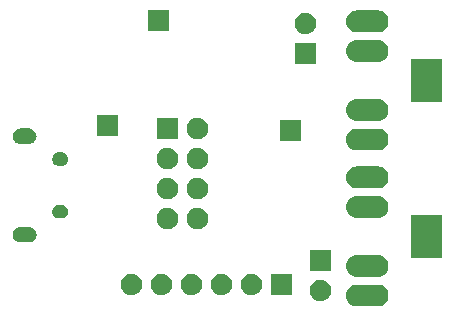
<source format=gbr>
G04 #@! TF.GenerationSoftware,KiCad,Pcbnew,5.1.6+dfsg1-1*
G04 #@! TF.CreationDate,2021-03-01T10:48:13-07:00*
G04 #@! TF.ProjectId,CurrentSensorV1,43757272-656e-4745-9365-6e736f725631,rev?*
G04 #@! TF.SameCoordinates,Original*
G04 #@! TF.FileFunction,Soldermask,Bot*
G04 #@! TF.FilePolarity,Negative*
%FSLAX46Y46*%
G04 Gerber Fmt 4.6, Leading zero omitted, Abs format (unit mm)*
G04 Created by KiCad (PCBNEW 5.1.6+dfsg1-1) date 2021-03-01 10:48:13*
%MOMM*%
%LPD*%
G01*
G04 APERTURE LIST*
%ADD10C,0.350000*%
G04 APERTURE END LIST*
D10*
G36*
X164270529Y-89431398D02*
G01*
X164445079Y-89484348D01*
X164605947Y-89570333D01*
X164746949Y-89686051D01*
X164862667Y-89827053D01*
X164948652Y-89987921D01*
X165001602Y-90162471D01*
X165019480Y-90344000D01*
X165001602Y-90525529D01*
X164948652Y-90700079D01*
X164862667Y-90860947D01*
X164746949Y-91001949D01*
X164605947Y-91117667D01*
X164445079Y-91203652D01*
X164270529Y-91256602D01*
X164134490Y-91270000D01*
X162293510Y-91270000D01*
X162157471Y-91256602D01*
X161982921Y-91203652D01*
X161822053Y-91117667D01*
X161681051Y-91001949D01*
X161565333Y-90860947D01*
X161479348Y-90700079D01*
X161426398Y-90525529D01*
X161408520Y-90344000D01*
X161426398Y-90162471D01*
X161479348Y-89987921D01*
X161565333Y-89827053D01*
X161681051Y-89686051D01*
X161822053Y-89570333D01*
X161982921Y-89484348D01*
X162157471Y-89431398D01*
X162293510Y-89418000D01*
X164134490Y-89418000D01*
X164270529Y-89431398D01*
G37*
G36*
X159371512Y-89019927D02*
G01*
X159520812Y-89049624D01*
X159684784Y-89117544D01*
X159832354Y-89216147D01*
X159957853Y-89341646D01*
X160056456Y-89489216D01*
X160124376Y-89653188D01*
X160159000Y-89827259D01*
X160159000Y-90004741D01*
X160124376Y-90178812D01*
X160056456Y-90342784D01*
X159957853Y-90490354D01*
X159832354Y-90615853D01*
X159684784Y-90714456D01*
X159520812Y-90782376D01*
X159371512Y-90812073D01*
X159346742Y-90817000D01*
X159169258Y-90817000D01*
X159144488Y-90812073D01*
X158995188Y-90782376D01*
X158831216Y-90714456D01*
X158683646Y-90615853D01*
X158558147Y-90490354D01*
X158459544Y-90342784D01*
X158391624Y-90178812D01*
X158357000Y-90004741D01*
X158357000Y-89827259D01*
X158391624Y-89653188D01*
X158459544Y-89489216D01*
X158558147Y-89341646D01*
X158683646Y-89216147D01*
X158831216Y-89117544D01*
X158995188Y-89049624D01*
X159144488Y-89019927D01*
X159169258Y-89015000D01*
X159346742Y-89015000D01*
X159371512Y-89019927D01*
G37*
G36*
X156857000Y-90309000D02*
G01*
X155055000Y-90309000D01*
X155055000Y-88507000D01*
X156857000Y-88507000D01*
X156857000Y-90309000D01*
G37*
G36*
X153529512Y-88511927D02*
G01*
X153678812Y-88541624D01*
X153842784Y-88609544D01*
X153990354Y-88708147D01*
X154115853Y-88833646D01*
X154214456Y-88981216D01*
X154282376Y-89145188D01*
X154317000Y-89319259D01*
X154317000Y-89496741D01*
X154282376Y-89670812D01*
X154214456Y-89834784D01*
X154115853Y-89982354D01*
X153990354Y-90107853D01*
X153842784Y-90206456D01*
X153678812Y-90274376D01*
X153529512Y-90304073D01*
X153504742Y-90309000D01*
X153327258Y-90309000D01*
X153302488Y-90304073D01*
X153153188Y-90274376D01*
X152989216Y-90206456D01*
X152841646Y-90107853D01*
X152716147Y-89982354D01*
X152617544Y-89834784D01*
X152549624Y-89670812D01*
X152515000Y-89496741D01*
X152515000Y-89319259D01*
X152549624Y-89145188D01*
X152617544Y-88981216D01*
X152716147Y-88833646D01*
X152841646Y-88708147D01*
X152989216Y-88609544D01*
X153153188Y-88541624D01*
X153302488Y-88511927D01*
X153327258Y-88507000D01*
X153504742Y-88507000D01*
X153529512Y-88511927D01*
G37*
G36*
X150989512Y-88511927D02*
G01*
X151138812Y-88541624D01*
X151302784Y-88609544D01*
X151450354Y-88708147D01*
X151575853Y-88833646D01*
X151674456Y-88981216D01*
X151742376Y-89145188D01*
X151777000Y-89319259D01*
X151777000Y-89496741D01*
X151742376Y-89670812D01*
X151674456Y-89834784D01*
X151575853Y-89982354D01*
X151450354Y-90107853D01*
X151302784Y-90206456D01*
X151138812Y-90274376D01*
X150989512Y-90304073D01*
X150964742Y-90309000D01*
X150787258Y-90309000D01*
X150762488Y-90304073D01*
X150613188Y-90274376D01*
X150449216Y-90206456D01*
X150301646Y-90107853D01*
X150176147Y-89982354D01*
X150077544Y-89834784D01*
X150009624Y-89670812D01*
X149975000Y-89496741D01*
X149975000Y-89319259D01*
X150009624Y-89145188D01*
X150077544Y-88981216D01*
X150176147Y-88833646D01*
X150301646Y-88708147D01*
X150449216Y-88609544D01*
X150613188Y-88541624D01*
X150762488Y-88511927D01*
X150787258Y-88507000D01*
X150964742Y-88507000D01*
X150989512Y-88511927D01*
G37*
G36*
X148449512Y-88511927D02*
G01*
X148598812Y-88541624D01*
X148762784Y-88609544D01*
X148910354Y-88708147D01*
X149035853Y-88833646D01*
X149134456Y-88981216D01*
X149202376Y-89145188D01*
X149237000Y-89319259D01*
X149237000Y-89496741D01*
X149202376Y-89670812D01*
X149134456Y-89834784D01*
X149035853Y-89982354D01*
X148910354Y-90107853D01*
X148762784Y-90206456D01*
X148598812Y-90274376D01*
X148449512Y-90304073D01*
X148424742Y-90309000D01*
X148247258Y-90309000D01*
X148222488Y-90304073D01*
X148073188Y-90274376D01*
X147909216Y-90206456D01*
X147761646Y-90107853D01*
X147636147Y-89982354D01*
X147537544Y-89834784D01*
X147469624Y-89670812D01*
X147435000Y-89496741D01*
X147435000Y-89319259D01*
X147469624Y-89145188D01*
X147537544Y-88981216D01*
X147636147Y-88833646D01*
X147761646Y-88708147D01*
X147909216Y-88609544D01*
X148073188Y-88541624D01*
X148222488Y-88511927D01*
X148247258Y-88507000D01*
X148424742Y-88507000D01*
X148449512Y-88511927D01*
G37*
G36*
X145909512Y-88511927D02*
G01*
X146058812Y-88541624D01*
X146222784Y-88609544D01*
X146370354Y-88708147D01*
X146495853Y-88833646D01*
X146594456Y-88981216D01*
X146662376Y-89145188D01*
X146697000Y-89319259D01*
X146697000Y-89496741D01*
X146662376Y-89670812D01*
X146594456Y-89834784D01*
X146495853Y-89982354D01*
X146370354Y-90107853D01*
X146222784Y-90206456D01*
X146058812Y-90274376D01*
X145909512Y-90304073D01*
X145884742Y-90309000D01*
X145707258Y-90309000D01*
X145682488Y-90304073D01*
X145533188Y-90274376D01*
X145369216Y-90206456D01*
X145221646Y-90107853D01*
X145096147Y-89982354D01*
X144997544Y-89834784D01*
X144929624Y-89670812D01*
X144895000Y-89496741D01*
X144895000Y-89319259D01*
X144929624Y-89145188D01*
X144997544Y-88981216D01*
X145096147Y-88833646D01*
X145221646Y-88708147D01*
X145369216Y-88609544D01*
X145533188Y-88541624D01*
X145682488Y-88511927D01*
X145707258Y-88507000D01*
X145884742Y-88507000D01*
X145909512Y-88511927D01*
G37*
G36*
X143369512Y-88511927D02*
G01*
X143518812Y-88541624D01*
X143682784Y-88609544D01*
X143830354Y-88708147D01*
X143955853Y-88833646D01*
X144054456Y-88981216D01*
X144122376Y-89145188D01*
X144157000Y-89319259D01*
X144157000Y-89496741D01*
X144122376Y-89670812D01*
X144054456Y-89834784D01*
X143955853Y-89982354D01*
X143830354Y-90107853D01*
X143682784Y-90206456D01*
X143518812Y-90274376D01*
X143369512Y-90304073D01*
X143344742Y-90309000D01*
X143167258Y-90309000D01*
X143142488Y-90304073D01*
X142993188Y-90274376D01*
X142829216Y-90206456D01*
X142681646Y-90107853D01*
X142556147Y-89982354D01*
X142457544Y-89834784D01*
X142389624Y-89670812D01*
X142355000Y-89496741D01*
X142355000Y-89319259D01*
X142389624Y-89145188D01*
X142457544Y-88981216D01*
X142556147Y-88833646D01*
X142681646Y-88708147D01*
X142829216Y-88609544D01*
X142993188Y-88541624D01*
X143142488Y-88511927D01*
X143167258Y-88507000D01*
X143344742Y-88507000D01*
X143369512Y-88511927D01*
G37*
G36*
X164270529Y-86931398D02*
G01*
X164445079Y-86984348D01*
X164605947Y-87070333D01*
X164746949Y-87186051D01*
X164862667Y-87327053D01*
X164948652Y-87487921D01*
X165001602Y-87662471D01*
X165019480Y-87844000D01*
X165001602Y-88025529D01*
X164948652Y-88200079D01*
X164862667Y-88360947D01*
X164746949Y-88501949D01*
X164605947Y-88617667D01*
X164445079Y-88703652D01*
X164270529Y-88756602D01*
X164134490Y-88770000D01*
X162293510Y-88770000D01*
X162157471Y-88756602D01*
X161982921Y-88703652D01*
X161822053Y-88617667D01*
X161681051Y-88501949D01*
X161565333Y-88360947D01*
X161479348Y-88200079D01*
X161426398Y-88025529D01*
X161408520Y-87844000D01*
X161426398Y-87662471D01*
X161479348Y-87487921D01*
X161565333Y-87327053D01*
X161681051Y-87186051D01*
X161822053Y-87070333D01*
X161982921Y-86984348D01*
X162157471Y-86931398D01*
X162293510Y-86918000D01*
X164134490Y-86918000D01*
X164270529Y-86931398D01*
G37*
G36*
X160159000Y-88277000D02*
G01*
X158357000Y-88277000D01*
X158357000Y-86475000D01*
X160159000Y-86475000D01*
X160159000Y-88277000D01*
G37*
G36*
X169521000Y-87145000D02*
G01*
X166919000Y-87145000D01*
X166919000Y-83543000D01*
X169521000Y-83543000D01*
X169521000Y-87145000D01*
G37*
G36*
X134644855Y-84553140D02*
G01*
X134708618Y-84559420D01*
X134799404Y-84586960D01*
X134831336Y-84596646D01*
X134944425Y-84657094D01*
X135043554Y-84738446D01*
X135124906Y-84837575D01*
X135185354Y-84950664D01*
X135185355Y-84950668D01*
X135222580Y-85073382D01*
X135235149Y-85201000D01*
X135222580Y-85328618D01*
X135195040Y-85419404D01*
X135185354Y-85451336D01*
X135124906Y-85564425D01*
X135043554Y-85663554D01*
X134944425Y-85744906D01*
X134831336Y-85805354D01*
X134799404Y-85815040D01*
X134708618Y-85842580D01*
X134644855Y-85848860D01*
X134612974Y-85852000D01*
X133849026Y-85852000D01*
X133817145Y-85848860D01*
X133753382Y-85842580D01*
X133662596Y-85815040D01*
X133630664Y-85805354D01*
X133517575Y-85744906D01*
X133418446Y-85663554D01*
X133337094Y-85564425D01*
X133276646Y-85451336D01*
X133266960Y-85419404D01*
X133239420Y-85328618D01*
X133226851Y-85201000D01*
X133239420Y-85073382D01*
X133276645Y-84950668D01*
X133276646Y-84950664D01*
X133337094Y-84837575D01*
X133418446Y-84738446D01*
X133517575Y-84657094D01*
X133630664Y-84596646D01*
X133662596Y-84586960D01*
X133753382Y-84559420D01*
X133817145Y-84553140D01*
X133849026Y-84550000D01*
X134612974Y-84550000D01*
X134644855Y-84553140D01*
G37*
G36*
X146570778Y-82940547D02*
G01*
X146737224Y-83009491D01*
X146887022Y-83109583D01*
X147014417Y-83236978D01*
X147114509Y-83386776D01*
X147183453Y-83553222D01*
X147218600Y-83729918D01*
X147218600Y-83910082D01*
X147183453Y-84086778D01*
X147114509Y-84253224D01*
X147014417Y-84403022D01*
X146887022Y-84530417D01*
X146737224Y-84630509D01*
X146570778Y-84699453D01*
X146394082Y-84734600D01*
X146213918Y-84734600D01*
X146037222Y-84699453D01*
X145870776Y-84630509D01*
X145720978Y-84530417D01*
X145593583Y-84403022D01*
X145493491Y-84253224D01*
X145424547Y-84086778D01*
X145389400Y-83910082D01*
X145389400Y-83729918D01*
X145424547Y-83553222D01*
X145493491Y-83386776D01*
X145593583Y-83236978D01*
X145720978Y-83109583D01*
X145870776Y-83009491D01*
X146037222Y-82940547D01*
X146213918Y-82905400D01*
X146394082Y-82905400D01*
X146570778Y-82940547D01*
G37*
G36*
X149110778Y-82940547D02*
G01*
X149277224Y-83009491D01*
X149427022Y-83109583D01*
X149554417Y-83236978D01*
X149654509Y-83386776D01*
X149723453Y-83553222D01*
X149758600Y-83729918D01*
X149758600Y-83910082D01*
X149723453Y-84086778D01*
X149654509Y-84253224D01*
X149554417Y-84403022D01*
X149427022Y-84530417D01*
X149277224Y-84630509D01*
X149110778Y-84699453D01*
X148934082Y-84734600D01*
X148753918Y-84734600D01*
X148577222Y-84699453D01*
X148410776Y-84630509D01*
X148260978Y-84530417D01*
X148133583Y-84403022D01*
X148033491Y-84253224D01*
X147964547Y-84086778D01*
X147929400Y-83910082D01*
X147929400Y-83729918D01*
X147964547Y-83553222D01*
X148033491Y-83386776D01*
X148133583Y-83236978D01*
X148260978Y-83109583D01*
X148410776Y-83009491D01*
X148577222Y-82940547D01*
X148753918Y-82905400D01*
X148934082Y-82905400D01*
X149110778Y-82940547D01*
G37*
G36*
X137443916Y-82683334D02*
G01*
X137552492Y-82716271D01*
X137552495Y-82716272D01*
X137588601Y-82735571D01*
X137652557Y-82769756D01*
X137740264Y-82841736D01*
X137812244Y-82929443D01*
X137846429Y-82993399D01*
X137865728Y-83029505D01*
X137865729Y-83029508D01*
X137898666Y-83138084D01*
X137909787Y-83251000D01*
X137898666Y-83363916D01*
X137865729Y-83472492D01*
X137865728Y-83472495D01*
X137849984Y-83501949D01*
X137812244Y-83572557D01*
X137740264Y-83660264D01*
X137652557Y-83732244D01*
X137588601Y-83766429D01*
X137552495Y-83785728D01*
X137552492Y-83785729D01*
X137443916Y-83818666D01*
X137359298Y-83827000D01*
X137102702Y-83827000D01*
X137018084Y-83818666D01*
X136909508Y-83785729D01*
X136909505Y-83785728D01*
X136873399Y-83766429D01*
X136809443Y-83732244D01*
X136721736Y-83660264D01*
X136649756Y-83572557D01*
X136612016Y-83501949D01*
X136596272Y-83472495D01*
X136596271Y-83472492D01*
X136563334Y-83363916D01*
X136552213Y-83251000D01*
X136563334Y-83138084D01*
X136596271Y-83029508D01*
X136596272Y-83029505D01*
X136615571Y-82993399D01*
X136649756Y-82929443D01*
X136721736Y-82841736D01*
X136809443Y-82769756D01*
X136873399Y-82735571D01*
X136909505Y-82716272D01*
X136909508Y-82716271D01*
X137018084Y-82683334D01*
X137102702Y-82675000D01*
X137359298Y-82675000D01*
X137443916Y-82683334D01*
G37*
G36*
X164270529Y-81931398D02*
G01*
X164445079Y-81984348D01*
X164605947Y-82070333D01*
X164746949Y-82186051D01*
X164862667Y-82327053D01*
X164948652Y-82487921D01*
X165001602Y-82662471D01*
X165019480Y-82844000D01*
X165001602Y-83025529D01*
X164948652Y-83200079D01*
X164862667Y-83360947D01*
X164746949Y-83501949D01*
X164605947Y-83617667D01*
X164445079Y-83703652D01*
X164270529Y-83756602D01*
X164134490Y-83770000D01*
X162293510Y-83770000D01*
X162157471Y-83756602D01*
X161982921Y-83703652D01*
X161822053Y-83617667D01*
X161681051Y-83501949D01*
X161565333Y-83360947D01*
X161479348Y-83200079D01*
X161426398Y-83025529D01*
X161408520Y-82844000D01*
X161426398Y-82662471D01*
X161479348Y-82487921D01*
X161565333Y-82327053D01*
X161681051Y-82186051D01*
X161822053Y-82070333D01*
X161982921Y-81984348D01*
X162157471Y-81931398D01*
X162293510Y-81918000D01*
X164134490Y-81918000D01*
X164270529Y-81931398D01*
G37*
G36*
X146570778Y-80400547D02*
G01*
X146737224Y-80469491D01*
X146887022Y-80569583D01*
X147014417Y-80696978D01*
X147114509Y-80846776D01*
X147183453Y-81013222D01*
X147218600Y-81189918D01*
X147218600Y-81370082D01*
X147183453Y-81546778D01*
X147114509Y-81713224D01*
X147014417Y-81863022D01*
X146887022Y-81990417D01*
X146737224Y-82090509D01*
X146570778Y-82159453D01*
X146394082Y-82194600D01*
X146213918Y-82194600D01*
X146037222Y-82159453D01*
X145870776Y-82090509D01*
X145720978Y-81990417D01*
X145593583Y-81863022D01*
X145493491Y-81713224D01*
X145424547Y-81546778D01*
X145389400Y-81370082D01*
X145389400Y-81189918D01*
X145424547Y-81013222D01*
X145493491Y-80846776D01*
X145593583Y-80696978D01*
X145720978Y-80569583D01*
X145870776Y-80469491D01*
X146037222Y-80400547D01*
X146213918Y-80365400D01*
X146394082Y-80365400D01*
X146570778Y-80400547D01*
G37*
G36*
X149110778Y-80400547D02*
G01*
X149277224Y-80469491D01*
X149427022Y-80569583D01*
X149554417Y-80696978D01*
X149654509Y-80846776D01*
X149723453Y-81013222D01*
X149758600Y-81189918D01*
X149758600Y-81370082D01*
X149723453Y-81546778D01*
X149654509Y-81713224D01*
X149554417Y-81863022D01*
X149427022Y-81990417D01*
X149277224Y-82090509D01*
X149110778Y-82159453D01*
X148934082Y-82194600D01*
X148753918Y-82194600D01*
X148577222Y-82159453D01*
X148410776Y-82090509D01*
X148260978Y-81990417D01*
X148133583Y-81863022D01*
X148033491Y-81713224D01*
X147964547Y-81546778D01*
X147929400Y-81370082D01*
X147929400Y-81189918D01*
X147964547Y-81013222D01*
X148033491Y-80846776D01*
X148133583Y-80696978D01*
X148260978Y-80569583D01*
X148410776Y-80469491D01*
X148577222Y-80400547D01*
X148753918Y-80365400D01*
X148934082Y-80365400D01*
X149110778Y-80400547D01*
G37*
G36*
X164270529Y-79431398D02*
G01*
X164445079Y-79484348D01*
X164605947Y-79570333D01*
X164746949Y-79686051D01*
X164862667Y-79827053D01*
X164948652Y-79987921D01*
X165001602Y-80162471D01*
X165019480Y-80344000D01*
X165001602Y-80525529D01*
X164948652Y-80700079D01*
X164862667Y-80860947D01*
X164746949Y-81001949D01*
X164605947Y-81117667D01*
X164445079Y-81203652D01*
X164270529Y-81256602D01*
X164134490Y-81270000D01*
X162293510Y-81270000D01*
X162157471Y-81256602D01*
X161982921Y-81203652D01*
X161822053Y-81117667D01*
X161681051Y-81001949D01*
X161565333Y-80860947D01*
X161479348Y-80700079D01*
X161426398Y-80525529D01*
X161408520Y-80344000D01*
X161426398Y-80162471D01*
X161479348Y-79987921D01*
X161565333Y-79827053D01*
X161681051Y-79686051D01*
X161822053Y-79570333D01*
X161982921Y-79484348D01*
X162157471Y-79431398D01*
X162293510Y-79418000D01*
X164134490Y-79418000D01*
X164270529Y-79431398D01*
G37*
G36*
X149110778Y-77860547D02*
G01*
X149277224Y-77929491D01*
X149427022Y-78029583D01*
X149554417Y-78156978D01*
X149654509Y-78306776D01*
X149723453Y-78473222D01*
X149758600Y-78649918D01*
X149758600Y-78830082D01*
X149723453Y-79006778D01*
X149654509Y-79173224D01*
X149554417Y-79323022D01*
X149427022Y-79450417D01*
X149277224Y-79550509D01*
X149110778Y-79619453D01*
X148934082Y-79654600D01*
X148753918Y-79654600D01*
X148577222Y-79619453D01*
X148410776Y-79550509D01*
X148260978Y-79450417D01*
X148133583Y-79323022D01*
X148033491Y-79173224D01*
X147964547Y-79006778D01*
X147929400Y-78830082D01*
X147929400Y-78649918D01*
X147964547Y-78473222D01*
X148033491Y-78306776D01*
X148133583Y-78156978D01*
X148260978Y-78029583D01*
X148410776Y-77929491D01*
X148577222Y-77860547D01*
X148753918Y-77825400D01*
X148934082Y-77825400D01*
X149110778Y-77860547D01*
G37*
G36*
X146570778Y-77860547D02*
G01*
X146737224Y-77929491D01*
X146887022Y-78029583D01*
X147014417Y-78156978D01*
X147114509Y-78306776D01*
X147183453Y-78473222D01*
X147218600Y-78649918D01*
X147218600Y-78830082D01*
X147183453Y-79006778D01*
X147114509Y-79173224D01*
X147014417Y-79323022D01*
X146887022Y-79450417D01*
X146737224Y-79550509D01*
X146570778Y-79619453D01*
X146394082Y-79654600D01*
X146213918Y-79654600D01*
X146037222Y-79619453D01*
X145870776Y-79550509D01*
X145720978Y-79450417D01*
X145593583Y-79323022D01*
X145493491Y-79173224D01*
X145424547Y-79006778D01*
X145389400Y-78830082D01*
X145389400Y-78649918D01*
X145424547Y-78473222D01*
X145493491Y-78306776D01*
X145593583Y-78156978D01*
X145720978Y-78029583D01*
X145870776Y-77929491D01*
X146037222Y-77860547D01*
X146213918Y-77825400D01*
X146394082Y-77825400D01*
X146570778Y-77860547D01*
G37*
G36*
X137443916Y-78233334D02*
G01*
X137552492Y-78266271D01*
X137552495Y-78266272D01*
X137588601Y-78285571D01*
X137652557Y-78319756D01*
X137740264Y-78391736D01*
X137812244Y-78479443D01*
X137846429Y-78543399D01*
X137865728Y-78579505D01*
X137865729Y-78579508D01*
X137898666Y-78688084D01*
X137909787Y-78801000D01*
X137898666Y-78913916D01*
X137865729Y-79022492D01*
X137865728Y-79022495D01*
X137846429Y-79058601D01*
X137812244Y-79122557D01*
X137740264Y-79210264D01*
X137652557Y-79282244D01*
X137588601Y-79316429D01*
X137552495Y-79335728D01*
X137552492Y-79335729D01*
X137443916Y-79368666D01*
X137359298Y-79377000D01*
X137102702Y-79377000D01*
X137018084Y-79368666D01*
X136909508Y-79335729D01*
X136909505Y-79335728D01*
X136873399Y-79316429D01*
X136809443Y-79282244D01*
X136721736Y-79210264D01*
X136649756Y-79122557D01*
X136615571Y-79058601D01*
X136596272Y-79022495D01*
X136596271Y-79022492D01*
X136563334Y-78913916D01*
X136552213Y-78801000D01*
X136563334Y-78688084D01*
X136596271Y-78579508D01*
X136596272Y-78579505D01*
X136615571Y-78543399D01*
X136649756Y-78479443D01*
X136721736Y-78391736D01*
X136809443Y-78319756D01*
X136873399Y-78285571D01*
X136909505Y-78266272D01*
X136909508Y-78266271D01*
X137018084Y-78233334D01*
X137102702Y-78225000D01*
X137359298Y-78225000D01*
X137443916Y-78233334D01*
G37*
G36*
X164270529Y-76223398D02*
G01*
X164445079Y-76276348D01*
X164605947Y-76362333D01*
X164746949Y-76478051D01*
X164862667Y-76619053D01*
X164948652Y-76779921D01*
X165001602Y-76954471D01*
X165019480Y-77136000D01*
X165001602Y-77317529D01*
X164948652Y-77492079D01*
X164862667Y-77652947D01*
X164746949Y-77793949D01*
X164605947Y-77909667D01*
X164445079Y-77995652D01*
X164270529Y-78048602D01*
X164134490Y-78062000D01*
X162293510Y-78062000D01*
X162157471Y-78048602D01*
X161982921Y-77995652D01*
X161822053Y-77909667D01*
X161681051Y-77793949D01*
X161565333Y-77652947D01*
X161479348Y-77492079D01*
X161426398Y-77317529D01*
X161408520Y-77136000D01*
X161426398Y-76954471D01*
X161479348Y-76779921D01*
X161565333Y-76619053D01*
X161681051Y-76478051D01*
X161822053Y-76362333D01*
X161982921Y-76276348D01*
X162157471Y-76223398D01*
X162293510Y-76210000D01*
X164134490Y-76210000D01*
X164270529Y-76223398D01*
G37*
G36*
X134644855Y-76203140D02*
G01*
X134708618Y-76209420D01*
X134799404Y-76236960D01*
X134831336Y-76246646D01*
X134944425Y-76307094D01*
X135043554Y-76388446D01*
X135124906Y-76487575D01*
X135185354Y-76600664D01*
X135185355Y-76600668D01*
X135222580Y-76723382D01*
X135235149Y-76851000D01*
X135222580Y-76978618D01*
X135212906Y-77010508D01*
X135185354Y-77101336D01*
X135124906Y-77214425D01*
X135043554Y-77313554D01*
X134944425Y-77394906D01*
X134831336Y-77455354D01*
X134799404Y-77465040D01*
X134708618Y-77492580D01*
X134644855Y-77498860D01*
X134612974Y-77502000D01*
X133849026Y-77502000D01*
X133817145Y-77498860D01*
X133753382Y-77492580D01*
X133662596Y-77465040D01*
X133630664Y-77455354D01*
X133517575Y-77394906D01*
X133418446Y-77313554D01*
X133337094Y-77214425D01*
X133276646Y-77101336D01*
X133249094Y-77010508D01*
X133239420Y-76978618D01*
X133226851Y-76851000D01*
X133239420Y-76723382D01*
X133276645Y-76600668D01*
X133276646Y-76600664D01*
X133337094Y-76487575D01*
X133418446Y-76388446D01*
X133517575Y-76307094D01*
X133630664Y-76246646D01*
X133662596Y-76236960D01*
X133753382Y-76209420D01*
X133817145Y-76203140D01*
X133849026Y-76200000D01*
X134612974Y-76200000D01*
X134644855Y-76203140D01*
G37*
G36*
X157619000Y-77253000D02*
G01*
X155817000Y-77253000D01*
X155817000Y-75451000D01*
X157619000Y-75451000D01*
X157619000Y-77253000D01*
G37*
G36*
X147218600Y-77114600D02*
G01*
X145389400Y-77114600D01*
X145389400Y-75285400D01*
X147218600Y-75285400D01*
X147218600Y-77114600D01*
G37*
G36*
X149110778Y-75320547D02*
G01*
X149277224Y-75389491D01*
X149427022Y-75489583D01*
X149554417Y-75616978D01*
X149654509Y-75766776D01*
X149723453Y-75933222D01*
X149758600Y-76109918D01*
X149758600Y-76290082D01*
X149723453Y-76466778D01*
X149654509Y-76633224D01*
X149554417Y-76783022D01*
X149427022Y-76910417D01*
X149277224Y-77010509D01*
X149110778Y-77079453D01*
X148934082Y-77114600D01*
X148753918Y-77114600D01*
X148577222Y-77079453D01*
X148410776Y-77010509D01*
X148260978Y-76910417D01*
X148133583Y-76783022D01*
X148033491Y-76633224D01*
X147964547Y-76466778D01*
X147929400Y-76290082D01*
X147929400Y-76109918D01*
X147964547Y-75933222D01*
X148033491Y-75766776D01*
X148133583Y-75616978D01*
X148260978Y-75489583D01*
X148410776Y-75389491D01*
X148577222Y-75320547D01*
X148753918Y-75285400D01*
X148934082Y-75285400D01*
X149110778Y-75320547D01*
G37*
G36*
X142125000Y-76847000D02*
G01*
X140323000Y-76847000D01*
X140323000Y-75045000D01*
X142125000Y-75045000D01*
X142125000Y-76847000D01*
G37*
G36*
X164270529Y-73723398D02*
G01*
X164445079Y-73776348D01*
X164605947Y-73862333D01*
X164746949Y-73978051D01*
X164862667Y-74119053D01*
X164948652Y-74279921D01*
X165001602Y-74454471D01*
X165019480Y-74636000D01*
X165001602Y-74817529D01*
X164948652Y-74992079D01*
X164862667Y-75152947D01*
X164746949Y-75293949D01*
X164605947Y-75409667D01*
X164445079Y-75495652D01*
X164270529Y-75548602D01*
X164134490Y-75562000D01*
X162293510Y-75562000D01*
X162157471Y-75548602D01*
X161982921Y-75495652D01*
X161822053Y-75409667D01*
X161681051Y-75293949D01*
X161565333Y-75152947D01*
X161479348Y-74992079D01*
X161426398Y-74817529D01*
X161408520Y-74636000D01*
X161426398Y-74454471D01*
X161479348Y-74279921D01*
X161565333Y-74119053D01*
X161681051Y-73978051D01*
X161822053Y-73862333D01*
X161982921Y-73776348D01*
X162157471Y-73723398D01*
X162293510Y-73710000D01*
X164134490Y-73710000D01*
X164270529Y-73723398D01*
G37*
G36*
X169521000Y-73937000D02*
G01*
X166919000Y-73937000D01*
X166919000Y-70335000D01*
X169521000Y-70335000D01*
X169521000Y-73937000D01*
G37*
G36*
X158889000Y-70751000D02*
G01*
X157087000Y-70751000D01*
X157087000Y-68949000D01*
X158889000Y-68949000D01*
X158889000Y-70751000D01*
G37*
G36*
X164270529Y-68723398D02*
G01*
X164445079Y-68776348D01*
X164605947Y-68862333D01*
X164746949Y-68978051D01*
X164862667Y-69119053D01*
X164948652Y-69279921D01*
X165001602Y-69454471D01*
X165019480Y-69636000D01*
X165001602Y-69817529D01*
X164948652Y-69992079D01*
X164862667Y-70152947D01*
X164746949Y-70293949D01*
X164605947Y-70409667D01*
X164445079Y-70495652D01*
X164270529Y-70548602D01*
X164134490Y-70562000D01*
X162293510Y-70562000D01*
X162157471Y-70548602D01*
X161982921Y-70495652D01*
X161822053Y-70409667D01*
X161681051Y-70293949D01*
X161565333Y-70152947D01*
X161479348Y-69992079D01*
X161426398Y-69817529D01*
X161408520Y-69636000D01*
X161426398Y-69454471D01*
X161479348Y-69279921D01*
X161565333Y-69119053D01*
X161681051Y-68978051D01*
X161822053Y-68862333D01*
X161982921Y-68776348D01*
X162157471Y-68723398D01*
X162293510Y-68710000D01*
X164134490Y-68710000D01*
X164270529Y-68723398D01*
G37*
G36*
X158101512Y-66413927D02*
G01*
X158250812Y-66443624D01*
X158414784Y-66511544D01*
X158562354Y-66610147D01*
X158687853Y-66735646D01*
X158786456Y-66883216D01*
X158854376Y-67047188D01*
X158889000Y-67221259D01*
X158889000Y-67398741D01*
X158854376Y-67572812D01*
X158786456Y-67736784D01*
X158687853Y-67884354D01*
X158562354Y-68009853D01*
X158414784Y-68108456D01*
X158250812Y-68176376D01*
X158101512Y-68206073D01*
X158076742Y-68211000D01*
X157899258Y-68211000D01*
X157874488Y-68206073D01*
X157725188Y-68176376D01*
X157561216Y-68108456D01*
X157413646Y-68009853D01*
X157288147Y-67884354D01*
X157189544Y-67736784D01*
X157121624Y-67572812D01*
X157087000Y-67398741D01*
X157087000Y-67221259D01*
X157121624Y-67047188D01*
X157189544Y-66883216D01*
X157288147Y-66735646D01*
X157413646Y-66610147D01*
X157561216Y-66511544D01*
X157725188Y-66443624D01*
X157874488Y-66413927D01*
X157899258Y-66409000D01*
X158076742Y-66409000D01*
X158101512Y-66413927D01*
G37*
G36*
X164270529Y-66223398D02*
G01*
X164445079Y-66276348D01*
X164605947Y-66362333D01*
X164746949Y-66478051D01*
X164862667Y-66619053D01*
X164948652Y-66779921D01*
X165001602Y-66954471D01*
X165019480Y-67136000D01*
X165001602Y-67317529D01*
X164948652Y-67492079D01*
X164862667Y-67652947D01*
X164746949Y-67793949D01*
X164605947Y-67909667D01*
X164445079Y-67995652D01*
X164270529Y-68048602D01*
X164134490Y-68062000D01*
X162293510Y-68062000D01*
X162157471Y-68048602D01*
X161982921Y-67995652D01*
X161822053Y-67909667D01*
X161681051Y-67793949D01*
X161565333Y-67652947D01*
X161479348Y-67492079D01*
X161426398Y-67317529D01*
X161408520Y-67136000D01*
X161426398Y-66954471D01*
X161479348Y-66779921D01*
X161565333Y-66619053D01*
X161681051Y-66478051D01*
X161822053Y-66362333D01*
X161982921Y-66276348D01*
X162157471Y-66223398D01*
X162293510Y-66210000D01*
X164134490Y-66210000D01*
X164270529Y-66223398D01*
G37*
G36*
X146443000Y-67957000D02*
G01*
X144641000Y-67957000D01*
X144641000Y-66155000D01*
X146443000Y-66155000D01*
X146443000Y-67957000D01*
G37*
M02*

</source>
